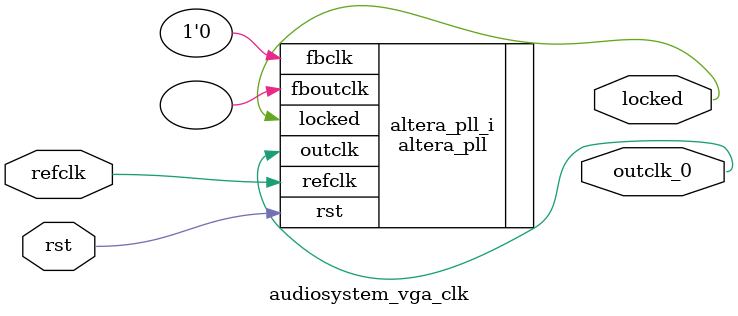
<source format=v>
`timescale 1ns/10ps
module  audiosystem_vga_clk(

	// interface 'refclk'
	input wire refclk,

	// interface 'reset'
	input wire rst,

	// interface 'outclk0'
	output wire outclk_0,

	// interface 'locked'
	output wire locked
);

	altera_pll #(
		.fractional_vco_multiplier("false"),
		.reference_clock_frequency("50.0 MHz"),
		.operation_mode("direct"),
		.number_of_clocks(1),
		.output_clock_frequency0("25.000000 MHz"),
		.phase_shift0("0 ps"),
		.duty_cycle0(50),
		.output_clock_frequency1("0 MHz"),
		.phase_shift1("0 ps"),
		.duty_cycle1(50),
		.output_clock_frequency2("0 MHz"),
		.phase_shift2("0 ps"),
		.duty_cycle2(50),
		.output_clock_frequency3("0 MHz"),
		.phase_shift3("0 ps"),
		.duty_cycle3(50),
		.output_clock_frequency4("0 MHz"),
		.phase_shift4("0 ps"),
		.duty_cycle4(50),
		.output_clock_frequency5("0 MHz"),
		.phase_shift5("0 ps"),
		.duty_cycle5(50),
		.output_clock_frequency6("0 MHz"),
		.phase_shift6("0 ps"),
		.duty_cycle6(50),
		.output_clock_frequency7("0 MHz"),
		.phase_shift7("0 ps"),
		.duty_cycle7(50),
		.output_clock_frequency8("0 MHz"),
		.phase_shift8("0 ps"),
		.duty_cycle8(50),
		.output_clock_frequency9("0 MHz"),
		.phase_shift9("0 ps"),
		.duty_cycle9(50),
		.output_clock_frequency10("0 MHz"),
		.phase_shift10("0 ps"),
		.duty_cycle10(50),
		.output_clock_frequency11("0 MHz"),
		.phase_shift11("0 ps"),
		.duty_cycle11(50),
		.output_clock_frequency12("0 MHz"),
		.phase_shift12("0 ps"),
		.duty_cycle12(50),
		.output_clock_frequency13("0 MHz"),
		.phase_shift13("0 ps"),
		.duty_cycle13(50),
		.output_clock_frequency14("0 MHz"),
		.phase_shift14("0 ps"),
		.duty_cycle14(50),
		.output_clock_frequency15("0 MHz"),
		.phase_shift15("0 ps"),
		.duty_cycle15(50),
		.output_clock_frequency16("0 MHz"),
		.phase_shift16("0 ps"),
		.duty_cycle16(50),
		.output_clock_frequency17("0 MHz"),
		.phase_shift17("0 ps"),
		.duty_cycle17(50),
		.pll_type("General"),
		.pll_subtype("General")
	) altera_pll_i (
		.rst	(rst),
		.outclk	({outclk_0}),
		.locked	(locked),
		.fboutclk	( ),
		.fbclk	(1'b0),
		.refclk	(refclk)
	);
endmodule


</source>
